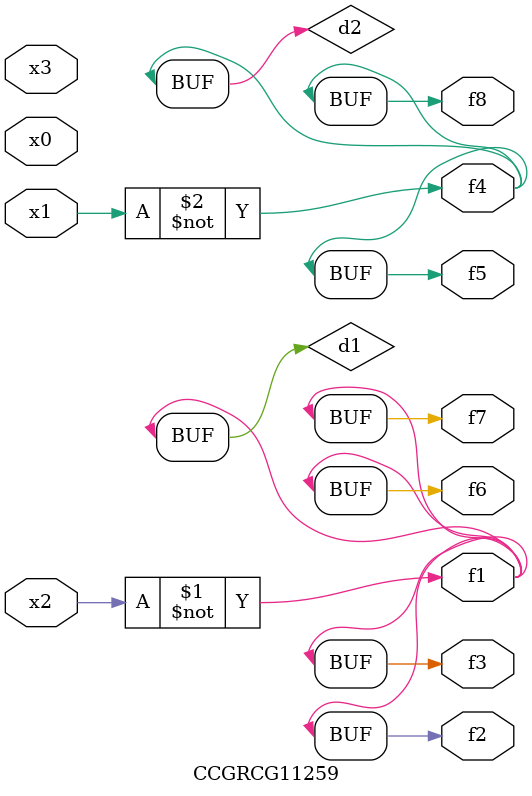
<source format=v>
module CCGRCG11259(
	input x0, x1, x2, x3,
	output f1, f2, f3, f4, f5, f6, f7, f8
);

	wire d1, d2;

	xnor (d1, x2);
	not (d2, x1);
	assign f1 = d1;
	assign f2 = d1;
	assign f3 = d1;
	assign f4 = d2;
	assign f5 = d2;
	assign f6 = d1;
	assign f7 = d1;
	assign f8 = d2;
endmodule

</source>
